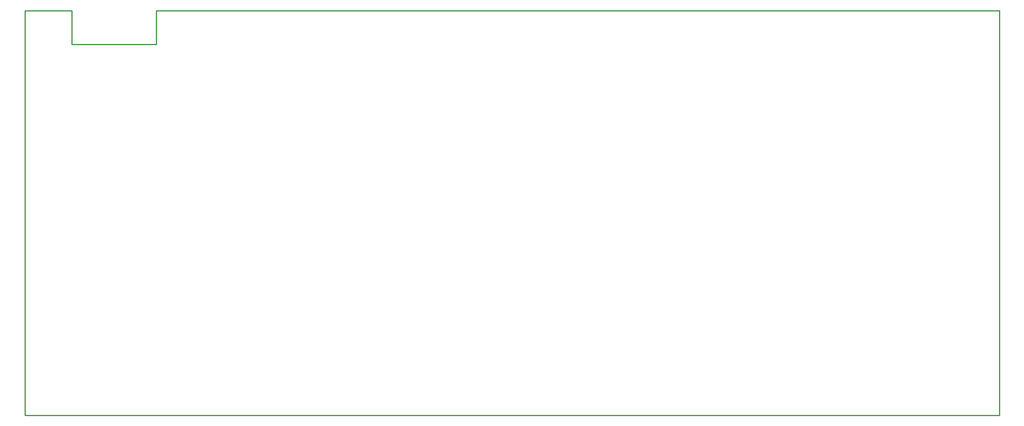
<source format=gko>
G04*
G04 #@! TF.GenerationSoftware,Altium Limited,Altium Designer,19.0.10 (269)*
G04*
G04 Layer_Color=16711935*
%FSLAX25Y25*%
%MOIN*%
G70*
G01*
G75*
%ADD11C,0.01000*%
D11*
X-0Y340551D02*
X39370D01*
X-0D02*
X0Y0D01*
X110236Y340551D02*
X818898Y340551D01*
X110236Y312205D02*
Y340551D01*
X39370Y312205D02*
X110236D01*
X39370D02*
Y340551D01*
X818898Y0D02*
Y340551D01*
X0Y-0D02*
X818898Y0D01*
M02*

</source>
